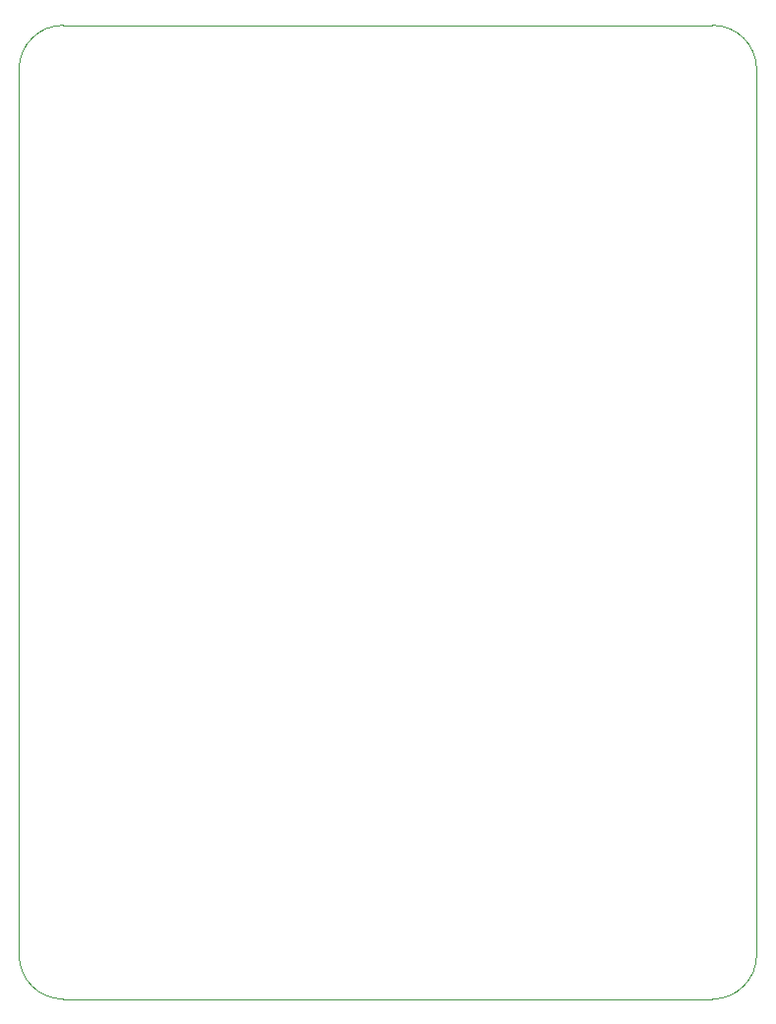
<source format=gbr>
G04 #@! TF.GenerationSoftware,KiCad,Pcbnew,(6.0.7)*
G04 #@! TF.CreationDate,2022-08-19T22:41:49+07:00*
G04 #@! TF.ProjectId,flashbed,666c6173-6862-4656-942e-6b696361645f,rev?*
G04 #@! TF.SameCoordinates,Original*
G04 #@! TF.FileFunction,Profile,NP*
%FSLAX46Y46*%
G04 Gerber Fmt 4.6, Leading zero omitted, Abs format (unit mm)*
G04 Created by KiCad (PCBNEW (6.0.7)) date 2022-08-19 22:41:49*
%MOMM*%
%LPD*%
G01*
G04 APERTURE LIST*
G04 #@! TA.AperFunction,Profile*
%ADD10C,0.100000*%
G04 #@! TD*
G04 APERTURE END LIST*
D10*
X54610000Y-17526000D02*
X110490000Y-17526000D01*
X114300000Y-21336000D02*
X114300000Y-97536000D01*
X50800000Y-97536000D02*
X50800000Y-21336000D01*
X110490000Y-101346000D02*
X54610000Y-101346000D01*
X50800000Y-97536000D02*
G75*
G03*
X54610000Y-101346000I3810000J0D01*
G01*
X114300000Y-21336000D02*
G75*
G03*
X110490000Y-17526000I-3810000J0D01*
G01*
X110490000Y-101346000D02*
G75*
G03*
X114300000Y-97536000I0J3810000D01*
G01*
X54610000Y-17526000D02*
G75*
G03*
X50800000Y-21336000I0J-3810000D01*
G01*
M02*

</source>
